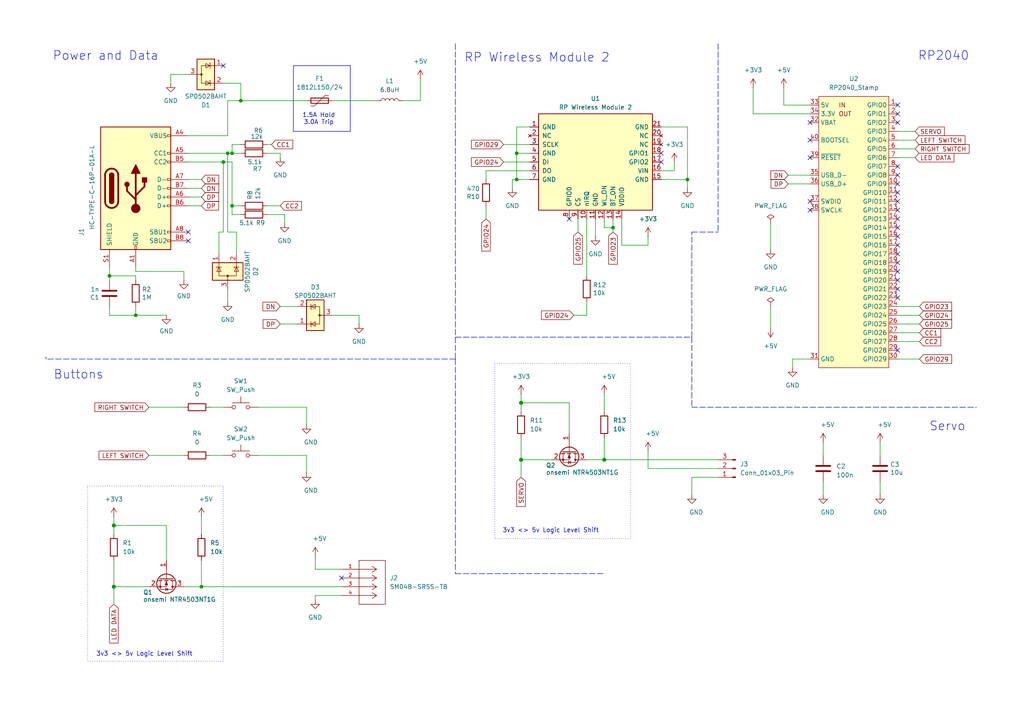
<source format=kicad_sch>
(kicad_sch (version 20250114) (generator "eeschema") (generator_version "9.0")
  (paper "A4")
  (lib_symbols
    (symbol "+3V3_1" (power) (pin_numbers (hide yes)) (pin_names (offset 0) (hide yes))
      (property "Value" "+3V3" (at 0 3.556 0))
      (symbol "+3V3_1_0_1"
        (polyline (pts (xy -0.762 1.27) (xy 0 2.54)))
        (polyline (pts (xy 0 2.54) (xy 0.762 1.27)))
        (polyline (pts (xy 0 0) (xy 0 2.54)))
      )
      (symbol "+3V3_1_1_1"
        (pin power_in line (at 0 0 90) (length 0) (name "~") (number "1"))
      )
    )
    (symbol "+5V_1" (power) (pin_numbers (hide yes)) (pin_names (offset 0) (hide yes))
      (property "Value" "+5V" (at 0 3.556 0))
      (symbol "+5V_1_0_1"
        (polyline (pts (xy -0.762 1.27) (xy 0 2.54)))
        (polyline (pts (xy 0 2.54) (xy 0.762 1.27)))
        (polyline (pts (xy 0 0) (xy 0 2.54)))
      )
      (symbol "+5V_1_1_1"
        (pin power_in line (at 0 0 90) (length 0) (name "~") (number "1"))
      )
    )
    (symbol "Connector:Conn_01x03_Pin" (pin_names (offset 1.016) (hide yes))
      (property "Reference" "J" (at 0 5.08 0))
      (property "Value" "Conn_01x03_Pin" (at 0 -5.08 0))
      (symbol "Conn_01x03_Pin_1_1"
        (rectangle (start 0.8636 2.667) (end 0 2.413) (stroke (width 0.1524)) (fill (type outline)))
        (rectangle (start 0.8636 0.127) (end 0 -0.127) (stroke (width 0.1524)) (fill (type outline)))
        (rectangle (start 0.8636 -2.413) (end 0 -2.667) (stroke (width 0.1524)) (fill (type outline)))
        (polyline (pts (xy 1.27 2.54) (xy 0.8636 2.54)) (stroke (width 0.1524)))
        (polyline (pts (xy 1.27 0) (xy 0.8636 0)) (stroke (width 0.1524)))
        (polyline (pts (xy 1.27 -2.54) (xy 0.8636 -2.54)) (stroke (width 0.1524)))
        (pin passive line (at 5.08 2.54 180) (length 3.81) (name "Pin_1") (number "1"))
        (pin passive line (at 5.08 0 180) (length 3.81) (name "Pin_2") (number "2"))
        (pin passive line (at 5.08 -2.54 180) (length 3.81) (name "Pin_3") (number "3"))
      )
    )
    (symbol "Connector:USB_C_Receptacle_USB2.0_16P" (pin_names (offset 1.016))
      (property "Reference" "J" (at 0 22.225 0))
      (property "Value" "USB_C_Receptacle_USB2.0_16P" (at 0 19.685 0))
      (symbol "USB_C_Receptacle_USB2.0_16P_0_0"
        (rectangle (start -0.254 -17.78) (end 0.254 -16.764))
        (rectangle (start 10.16 15.494) (end 9.144 14.986))
        (rectangle (start 10.16 10.414) (end 9.144 9.906))
        (rectangle (start 10.16 7.874) (end 9.144 7.366))
        (rectangle (start 10.16 2.794) (end 9.144 2.286))
        (rectangle (start 10.16 0.254) (end 9.144 -0.254))
        (rectangle (start 10.16 -2.286) (end 9.144 -2.794))
        (rectangle (start 10.16 -4.826) (end 9.144 -5.334))
        (rectangle (start 10.16 -12.446) (end 9.144 -12.954))
        (rectangle (start 10.16 -14.986) (end 9.144 -15.494))
      )
      (symbol "USB_C_Receptacle_USB2.0_16P_0_1"
        (rectangle (start -10.16 17.78) (end 10.16 -17.78) (stroke (width 0.254)) (fill (type background)))
        (polyline (pts (xy -8.89 -3.81) (xy -8.89 3.81)) (stroke (width 0.508)))
        (rectangle (start -7.62 -3.81) (end -6.35 3.81) (stroke (width 0.254)) (fill (type outline)))
        (arc (start -7.62 3.81) (mid -6.985 4.4423) (end -6.35 3.81) (stroke (width 0.254)))
        (arc (start -7.62 3.81) (mid -6.985 4.4423) (end -6.35 3.81) (stroke (width 0.254)) (fill (type outline)))
        (arc (start -8.89 3.81) (mid -6.985 5.7067) (end -5.08 3.81) (stroke (width 0.508)))
        (arc (start -5.08 -3.81) (mid -6.985 -5.7067) (end -8.89 -3.81) (stroke (width 0.508)))
        (arc (start -6.35 -3.81) (mid -6.985 -4.4423) (end -7.62 -3.81) (stroke (width 0.254)))
        (arc (start -6.35 -3.81) (mid -6.985 -4.4423) (end -7.62 -3.81) (stroke (width 0.254)) (fill (type outline)))
        (polyline (pts (xy -5.08 3.81) (xy -5.08 -3.81)) (stroke (width 0.508)))
        (circle (center -2.54 1.143) (radius 0.635) (stroke (width 0.254)) (fill (type outline)))
        (polyline (pts (xy -1.27 4.318) (xy 0 6.858) (xy 1.27 4.318) (xy -1.27 4.318)) (stroke (width 0.254)) (fill (type outline)))
        (polyline (pts (xy 0 -2.032) (xy 2.54 0.508) (xy 2.54 1.778)) (stroke (width 0.508)))
        (polyline (pts (xy 0 -3.302) (xy -2.54 -0.762) (xy -2.54 0.508)) (stroke (width 0.508)))
        (polyline (pts (xy 0 -5.842) (xy 0 4.318)) (stroke (width 0.508)))
        (circle (center 0 -5.842) (radius 1.27) (fill (type outline)))
        (rectangle (start 1.905 1.778) (end 3.175 3.048) (stroke (width 0.254)) (fill (type outline)))
      )
      (symbol "USB_C_Receptacle_USB2.0_16P_1_1"
        (pin passive line (at -7.62 -22.86 90) (length 5.08) (name "SHIELD") (number "S1"))
        (pin passive line (at 0 -22.86 90) (length 5.08) (name "GND") (number "A1"))
        (pin passive line (at 0 -22.86 90) (length 5.08) (hide yes) (name "GND") (number "A12"))
        (pin passive line (at 0 -22.86 90) (length 5.08) (hide yes) (name "GND") (number "B1"))
        (pin passive line (at 0 -22.86 90) (length 5.08) (hide yes) (name "GND") (number "B12"))
        (pin passive line (at 15.24 15.24 180) (length 5.08) (name "VBUS") (number "A4"))
        (pin passive line (at 15.24 15.24 180) (length 5.08) (hide yes) (name "VBUS") (number "A9"))
        (pin passive line (at 15.24 15.24 180) (length 5.08) (hide yes) (name "VBUS") (number "B4"))
        (pin passive line (at 15.24 15.24 180) (length 5.08) (hide yes) (name "VBUS") (number "B9"))
        (pin bidirectional line (at 15.24 10.16 180) (length 5.08) (name "CC1") (number "A5"))
        (pin bidirectional line (at 15.24 7.62 180) (length 5.08) (name "CC2") (number "B5"))
        (pin bidirectional line (at 15.24 2.54 180) (length 5.08) (name "D-") (number "A7"))
        (pin bidirectional line (at 15.24 0 180) (length 5.08) (name "D-") (number "B7"))
        (pin bidirectional line (at 15.24 -2.54 180) (length 5.08) (name "D+") (number "A6"))
        (pin bidirectional line (at 15.24 -5.08 180) (length 5.08) (name "D+") (number "B6"))
        (pin bidirectional line (at 15.24 -12.7 180) (length 5.08) (name "SBU1") (number "A8"))
        (pin bidirectional line (at 15.24 -15.24 180) (length 5.08) (name "SBU2") (number "B8"))
      )
    )
    (symbol "Device:C" (pin_numbers (hide yes)) (pin_names (offset 0.254))
      (property "Reference" "C" (at 0.635 2.54 0))
      (property "Value" "C" (at 0.635 -2.54 0))
      (symbol "C_0_1"
        (polyline (pts (xy -2.032 0.762) (xy 2.032 0.762)) (stroke (width 0.508)))
        (polyline (pts (xy -2.032 -0.762) (xy 2.032 -0.762)) (stroke (width 0.508)))
      )
      (symbol "C_1_1"
        (pin passive line (at 0 3.81 270) (length 2.794) (name "~") (number "1"))
        (pin passive line (at 0 -3.81 90) (length 2.794) (name "~") (number "2"))
      )
    )
    (symbol "Device:L" (pin_numbers (hide yes)) (pin_names (offset 1.016) (hide yes))
      (property "Reference" "L" (at -1.27 0 90))
      (property "Value" "L" (at 1.905 0 90))
      (symbol "L_0_1"
        (arc (start 0 2.54) (mid 0.6323 1.905) (end 0 1.27))
        (arc (start 0 1.27) (mid 0.6323 0.635) (end 0 0))
        (arc (start 0 0) (mid 0.6323 -0.635) (end 0 -1.27))
        (arc (start 0 -1.27) (mid 0.6323 -1.905) (end 0 -2.54))
      )
      (symbol "L_1_1"
        (pin passive line (at 0 3.81 270) (length 1.27) (name "1") (number "1"))
        (pin passive line (at 0 -3.81 90) (length 1.27) (name "2") (number "2"))
      )
    )
    (symbol "Device:Polyfuse" (pin_numbers (hide yes)) (pin_names (offset 0))
      (property "Reference" "F" (at -2.54 0 90))
      (property "Value" "Polyfuse" (at 2.54 0 90))
      (symbol "Polyfuse_0_1"
        (polyline (pts (xy -1.524 2.54) (xy -1.524 1.524) (xy 1.524 -1.524) (xy 1.524 -2.54)))
        (rectangle (start -0.762 2.54) (end 0.762 -2.54) (stroke (width 0.254)))
        (polyline (pts (xy 0 2.54) (xy 0 -2.54)))
      )
      (symbol "Polyfuse_1_1"
        (pin passive line (at 0 3.81 270) (length 1.27) (name "~") (number "1"))
        (pin passive line (at 0 -3.81 90) (length 1.27) (name "~") (number "2"))
      )
    )
    (symbol "Device:R" (pin_numbers (hide yes)) (pin_names (offset 0))
      (property "Reference" "R" (at 2.032 0 90))
      (property "Value" "R" (at 0 0 90))
      (symbol "R_0_1"
        (rectangle (start -1.016 -2.54) (end 1.016 2.54) (stroke (width 0.254)))
      )
      (symbol "R_1_1"
        (pin passive line (at 0 3.81 270) (length 1.27) (name "~") (number "1"))
        (pin passive line (at 0 -3.81 90) (length 1.27) (name "~") (number "2"))
      )
    )
    (symbol "PWR_FLAG_1" (power) (pin_numbers (hide yes)) (pin_names (offset 0) (hide yes))
      (property "Value" "PWR_FLAG" (at 0 3.81 0))
      (symbol "PWR_FLAG_1_0_0"
        (pin power_out line (at 0 0 90) (length 0) (name "~") (number "1"))
      )
      (symbol "PWR_FLAG_1_0_1"
        (polyline (pts (xy 0 0) (xy 0 1.27) (xy -1.016 1.905) (xy 0 2.54) (xy 1.016 1.905) (xy 0 1.27)))
      )
    )
    (symbol "Power_Protection:SP0502BAHT" (pin_names (hide yes))
      (property "Reference" "D" (at 5.715 2.54 0))
      (property "Value" "SP0502BAHT" (at 5.715 0.635 0))
      (symbol "SP0502BAHT_0_0"
        (pin passive line (at 0 -5.08 90) (length 2.54) (name "A") (number "3"))
      )
      (symbol "SP0502BAHT_0_1"
        (rectangle (start -4.445 2.54) (end 4.445 -2.54) (stroke (width 0.254)) (fill (type background)))
        (polyline (pts (xy -3.302 1.016) (xy -3.302 1.27) (xy -1.905 1.27) (xy -1.778 1.27)))
        (polyline (pts (xy -2.54 2.54) (xy -2.54 1.27)))
        (polyline (pts (xy -2.54 1.27) (xy -2.54 -1.27) (xy 2.54 -1.27) (xy 2.54 1.27)))
        (polyline (pts (xy -2.54 1.27) (xy -1.905 0) (xy -3.175 0) (xy -2.54 1.27)))
        (polyline (pts (xy 0 -1.27) (xy 0 -2.54)))
        (circle (center 0 -1.27) (radius 0.254) (fill (type outline)))
        (polyline (pts (xy 1.778 1.016) (xy 1.778 1.27) (xy 3.175 1.27) (xy 3.302 1.27)))
        (polyline (pts (xy 2.54 2.54) (xy 2.54 1.27)))
        (polyline (pts (xy 2.54 1.27) (xy 1.905 0) (xy 3.175 0) (xy 2.54 1.27)))
      )
      (symbol "SP0502BAHT_1_1"
        (pin passive line (at -2.54 5.08 270) (length 2.54) (name "K") (number "1"))
        (pin passive line (at 2.54 5.08 270) (length 2.54) (name "K") (number "2"))
      )
    )
    (symbol "RP2xxx_Stamp:RP2040_Stamp"
      (property "Reference" "U" (at 10.16 43.18 0))
      (property "Value" "RP2040_Stamp" (at 0 -38.1 0))
      (symbol "RP2040_Stamp_0_0"
        (text "IN" (at -4.445 39.37 0) (effects (font (size 1.27 1.27)) (justify left)))
        (text "OUT" (at -4.445 36.83 0) (effects (font (size 1.27 1.27)) (justify left)))
        (pin power_in line (at -12.7 39.37 0) (length 2.54) (name "5V") (number "33"))
        (pin power_out line (at -12.7 36.83 0) (length 2.54) (name "3.3V") (number "34"))
        (pin power_in line (at -12.7 34.29 0) (length 2.54) (name "VBAT") (number "32"))
        (pin input line (at -12.7 29.21 0) (length 2.54) (name "BOOTSEL") (number "40"))
        (pin bidirectional line (at -12.7 24.13 0) (length 2.54) (name "~{RESET}") (number "39"))
        (pin bidirectional line (at -12.7 19.05 0) (length 2.54) (name "USB_D-") (number "35"))
        (pin bidirectional line (at -12.7 16.51 0) (length 2.54) (name "USB_D+") (number "36"))
        (pin bidirectional line (at -12.7 11.43 0) (length 2.54) (name "SWDIO") (number "37"))
        (pin input line (at -12.7 8.89 0) (length 2.54) (name "SWCLK") (number "38"))
        (pin power_in line (at -12.7 -34.29 0) (length 2.54) (name "GND") (number "31"))
        (pin bidirectional line (at 12.7 39.37 180) (length 2.54) (name "GPIO0") (number "1"))
        (pin bidirectional line (at 12.7 36.83 180) (length 2.54) (name "GPIO1") (number "2"))
        (pin bidirectional line (at 12.7 34.29 180) (length 2.54) (name "GPIO2") (number "3"))
        (pin bidirectional line (at 12.7 31.75 180) (length 2.54) (name "GPIO3") (number "4"))
        (pin bidirectional line (at 12.7 29.21 180) (length 2.54) (name "GPIO4") (number "5"))
        (pin bidirectional line (at 12.7 26.67 180) (length 2.54) (name "GPIO5") (number "6"))
        (pin bidirectional line (at 12.7 24.13 180) (length 2.54) (name "GPIO6") (number "7"))
        (pin bidirectional line (at 12.7 21.59 180) (length 2.54) (name "GPIO7") (number "8"))
        (pin bidirectional line (at 12.7 19.05 180) (length 2.54) (name "GPIO8") (number "9"))
        (pin bidirectional line (at 12.7 16.51 180) (length 2.54) (name "GPIO9") (number "10"))
        (pin bidirectional line (at 12.7 13.97 180) (length 2.54) (name "GPIO10") (number "11"))
        (pin bidirectional line (at 12.7 11.43 180) (length 2.54) (name "GPIO11") (number "12"))
        (pin bidirectional line (at 12.7 8.89 180) (length 2.54) (name "GPIO12") (number "13"))
        (pin bidirectional line (at 12.7 6.35 180) (length 2.54) (name "GPIO13") (number "14"))
        (pin bidirectional line (at 12.7 3.81 180) (length 2.54) (name "GPIO14") (number "15"))
        (pin bidirectional line (at 12.7 1.27 180) (length 2.54) (name "GPIO15") (number "16"))
        (pin bidirectional line (at 12.7 -1.27 180) (length 2.54) (name "GPIO16") (number "17"))
        (pin bidirectional line (at 12.7 -3.81 180) (length 2.54) (name "GPIO17") (number "18"))
        (pin bidirectional line (at 12.7 -6.35 180) (length 2.54) (name "GPIO18") (number "19"))
        (pin bidirectional line (at 12.7 -8.89 180) (length 2.54) (name "GPIO19") (number "20"))
        (pin bidirectional line (at 12.7 -11.43 180) (length 2.54) (name "GPIO20") (number "21"))
        (pin bidirectional line (at 12.7 -13.97 180) (length 2.54) (name "GPIO21") (number "22"))
        (pin bidirectional line (at 12.7 -16.51 180) (length 2.54) (name "GPIO22") (number "23"))
        (pin bidirectional line (at 12.7 -19.05 180) (length 2.54) (name "GPIO23") (number "24"))
        (pin bidirectional line (at 12.7 -21.59 180) (length 2.54) (name "GPIO24") (number "25"))
        (pin bidirectional line (at 12.7 -24.13 180) (length 2.54) (name "GPIO25") (number "26"))
        (pin bidirectional line (at 12.7 -26.67 180) (length 2.54) (name "GPIO26") (number "27"))
        (pin bidirectional line (at 12.7 -29.21 180) (length 2.54) (name "GPIO27") (number "28"))
        (pin bidirectional line (at 12.7 -31.75 180) (length 2.54) (name "GPIO28") (number "29"))
        (pin bidirectional line (at 12.7 -34.29 180) (length 2.54) (name "GPIO29") (number "30"))
      )
      (symbol "RP2040_Stamp_0_1"
        (rectangle (start -10.16 41.91) (end 10.16 -36.83) (stroke (width 0.1524)) (fill (type background)))
      )
    )
    (symbol "RPI_RMC20452T:RPI_RMC20452T" (pin_names (offset 1.016))
      (property "Reference" "U" (at -16.256 14.986 0))
      (property "Value" "<value>" (at 12.954 -15.494 0))
      (symbol "RPI_RMC20452T_1_0"
        (pin output line (at -19.05 -2.54 0) (length 2.54) (name "DO") (number "6"))
        (pin power_in line (at -19.05 -5.08 0) (length 2.54) (name "GND") (number "7"))
        (pin bidirectional line (at -7.62 -16.51 90) (length 2.54) (name "GPIO0") (number "8"))
        (pin input line (at -5.08 -16.51 90) (length 2.54) (name "CS") (number "9"))
        (pin output line (at -2.54 -16.51 90) (length 2.54) (name "nIRQ") (number "10"))
        (pin power_in line (at 0 -16.51 90) (length 2.54) (name "GND") (number "11"))
        (pin input line (at 2.54 -16.51 90) (length 2.54) (name "WL_ON") (number "12"))
        (pin input line (at 5.08 -16.51 90) (length 2.54) (name "BT_ON") (number "13"))
        (pin power_in line (at 7.62 -16.51 90) (length 2.54) (name "VDDIO") (number "14"))
        (pin power_in line (at 19.05 10.16 180) (length 2.54) (name "GND") (number "21"))
        (pin bidirectional line (at 19.05 2.54 180) (length 2.54) (name "GPIO1") (number "18"))
        (pin bidirectional line (at 19.05 0 180) (length 2.54) (name "GPIO2") (number "17"))
        (pin power_in line (at 19.05 -2.54 180) (length 2.54) (name "VIN") (number "16"))
        (pin power_in line (at 19.05 -5.08 180) (length 2.54) (name "GND") (number "15"))
      )
      (symbol "RPI_RMC20452T_1_1"
        (rectangle (start -16.51 13.97) (end 16.51 -13.97) (stroke (width 0.254)) (fill (type background)))
        (pin power_in line (at -19.05 10.16 0) (length 2.54) (name "GND") (number "1"))
        (pin no_connect line (at -19.05 7.62 0) (length 2.54) (name "NC") (number "2"))
        (pin input line (at -19.05 5.08 0) (length 2.54) (name "SCLK") (number "3"))
        (pin power_in line (at -19.05 2.54 0) (length 2.54) (name "GND") (number "4"))
        (pin input line (at -19.05 0 0) (length 2.54) (name "DI") (number "5"))
        (pin no_connect line (at 19.05 7.62 180) (length 2.54) (name "NC") (number "20"))
        (pin no_connect line (at 19.05 5.08 180) (length 2.54) (name "NC") (number "19"))
      )
    )
    (symbol "SM04B-SRSS-TB:SM04B-SRSS-TB" (pin_names (offset 1.016))
      (property "Reference" "J" (at 4.1656 5.3086 0))
      (property "Value" "SM04B-SRSS-TB" (at 0 0 0))
      (symbol "SM04B-SRSS-TB_0_0"
        (polyline (pts (xy 5.08 2.54) (xy 5.08 -10.16)) (stroke (width 0.1524)))
        (polyline (pts (xy 5.08 -10.16) (xy 12.7 -10.16)) (stroke (width 0.1524)))
        (polyline (pts (xy 10.16 0) (xy 5.08 0)) (stroke (width 0.1524)))
        (polyline (pts (xy 10.16 0) (xy 8.89 0.8382)) (stroke (width 0.1524)))
        (polyline (pts (xy 10.16 0) (xy 8.89 -0.8382)) (stroke (width 0.1524)))
        (polyline (pts (xy 10.16 -2.54) (xy 5.08 -2.54)) (stroke (width 0.1524)))
        (polyline (pts (xy 10.16 -2.54) (xy 8.89 -1.7018)) (stroke (width 0.1524)))
        (polyline (pts (xy 10.16 -2.54) (xy 8.89 -3.3782)) (stroke (width 0.1524)))
        (polyline (pts (xy 10.16 -5.08) (xy 5.08 -5.08)) (stroke (width 0.1524)))
        (polyline (pts (xy 10.16 -5.08) (xy 8.89 -4.2418)) (stroke (width 0.1524)))
        (polyline (pts (xy 10.16 -5.08) (xy 8.89 -5.9182)) (stroke (width 0.1524)))
        (polyline (pts (xy 10.16 -7.62) (xy 5.08 -7.62)) (stroke (width 0.1524)))
        (polyline (pts (xy 10.16 -7.62) (xy 8.89 -6.7818)) (stroke (width 0.1524)))
        (polyline (pts (xy 10.16 -7.62) (xy 8.89 -8.4582)) (stroke (width 0.1524)))
        (polyline (pts (xy 12.7 2.54) (xy 5.08 2.54)) (stroke (width 0.1524)))
        (polyline (pts (xy 12.7 -10.16) (xy 12.7 2.54)) (stroke (width 0.1524)))
        (pin passive line (at 0 0 0) (length 5.08) (name "~") (number "1"))
        (pin passive line (at 0 -2.54 0) (length 5.08) (name "~") (number "2"))
        (pin passive line (at 0 -5.08 0) (length 5.08) (name "~") (number "3"))
        (pin passive line (at 0 -7.62 0) (length 5.08) (name "~") (number "4"))
      )
    )
    (symbol "Switch:SW_Push" (pin_numbers (hide yes)) (pin_names (offset 1.016) (hide yes))
      (property "Reference" "SW" (at 1.27 2.54 0))
      (property "Value" "SW_Push" (at 0 -1.524 0))
      (symbol "SW_Push_0_1"
        (circle (center -2.032 0) (radius 0.508))
        (polyline (pts (xy 0 1.27) (xy 0 3.048)))
        (circle (center 2.032 0) (radius 0.508))
        (polyline (pts (xy 2.54 1.27) (xy -2.54 1.27)))
        (pin passive line (at -5.08 0 0) (length 2.54) (name "1") (number "1"))
        (pin passive line (at 5.08 0 180) (length 2.54) (name "2") (number "2"))
      )
    )
    (symbol "Transistor_FET:BSS138" (pin_names (offset 0) (hide yes))
      (property "Reference" "Q" (at 5.08 1.905 0))
      (property "Value" "BSS138" (at 5.08 0 0))
      (symbol "BSS138_0_1"
        (polyline (pts (xy 0.254 1.905) (xy 0.254 -1.905)) (stroke (width 0.254)))
        (polyline (pts (xy 0.254 0) (xy -2.54 0)))
        (polyline (pts (xy 0.762 2.286) (xy 0.762 1.27)) (stroke (width 0.254)))
        (polyline (pts (xy 0.762 0.508) (xy 0.762 -0.508)) (stroke (width 0.254)))
        (polyline (pts (xy 0.762 -1.27) (xy 0.762 -2.286)) (stroke (width 0.254)))
        (polyline (pts (xy 0.762 -1.778) (xy 3.302 -1.778) (xy 3.302 1.778) (xy 0.762 1.778)))
        (polyline (pts (xy 1.016 0) (xy 2.032 0.381) (xy 2.032 -0.381) (xy 1.016 0)) (fill (type outline)))
        (circle (center 1.651 0) (radius 2.794) (stroke (width 0.254)))
        (polyline (pts (xy 2.54 2.54) (xy 2.54 1.778)))
        (circle (center 2.54 1.778) (radius 0.254) (fill (type outline)))
        (circle (center 2.54 -1.778) (radius 0.254) (fill (type outline)))
        (polyline (pts (xy 2.54 -2.54) (xy 2.54 0) (xy 0.762 0)))
        (polyline (pts (xy 2.921 0.381) (xy 3.683 0.381)))
        (polyline (pts (xy 3.302 0.381) (xy 2.921 -0.254) (xy 3.683 -0.254) (xy 3.302 0.381)))
      )
      (symbol "BSS138_1_1"
        (pin input line (at -5.08 0 0) (length 2.54) (name "G") (number "1"))
        (pin passive line (at 2.54 5.08 270) (length 2.54) (name "D") (number "3"))
        (pin passive line (at 2.54 -5.08 90) (length 2.54) (name "S") (number "2"))
      )
    )
    (symbol "power:+5V" (power) (pin_numbers (hide yes)) (pin_names (offset 0) (hide yes))
      (property "Value" "+5V" (at 0 3.556 0))
      (symbol "+5V_0_1"
        (polyline (pts (xy -0.762 1.27) (xy 0 2.54)))
        (polyline (pts (xy 0 2.54) (xy 0.762 1.27)))
        (polyline (pts (xy 0 0) (xy 0 2.54)))
      )
      (symbol "+5V_1_1"
        (pin power_in line (at 0 0 90) (length 0) (name "~") (number "1"))
      )
    )
    (symbol "power:GND" (power) (pin_numbers (hide yes)) (pin_names (offset 0) (hide yes))
      (property "Value" "GND" (at 0 -3.81 0))
      (symbol "GND_0_1"
        (polyline (pts (xy 0 0) (xy 0 -1.27) (xy 1.27 -1.27) (xy 0 -2.54) (xy -1.27 -1.27) (xy 0 -1.27)))
      )
      (symbol "GND_1_1"
        (pin power_in line (at 0 0 270) (length 0) (name "~") (number "1"))
      )
    )
  )
  (rectangle (start 143.51 105.41) (end 182.88 156.21) (stroke (width 0) (type dot)))
  (rectangle (start 25.4 140.97) (end 64.77 191.77) (stroke (width 0) (type dot)))
  (text "3v3 <> 5v Logic Level Shift" (at 55.88 190.5 0) (effects (font (size 1.27 1.27)) (justify right bottom)))
  (text "RP2040" (at 266.192 17.78 0) (effects (font (size 2.54 2.54)) (justify left bottom)))
  (text "Power and Data\n" (at 15.24 17.78 0) (effects (font (size 2.54 2.54)) (justify left bottom)))
  (text "Servo" (at 269.494 125.222 0) (effects (font (size 2.54 2.54)) (justify left bottom)))
  (text "Buttons" (at 15.494 110.236 0) (effects (font (size 2.54 2.54)) (justify left bottom)))
  (text "RP Wireless Module 2" (at 134.62 18.288 0) (effects (font (size 2.54 2.54)) (justify left bottom)))
  (text "3v3 <> 5v Logic Level Shift" (at 173.736 154.686 0) (effects (font (size 1.27 1.27)) (justify right bottom)))
  (text "1.5A Hold\n3.0A Trip" (at 92.456 34.544 0) (effects (font (size 1.27 1.27))))
  (junction (at 149.86 44.45))
  (junction (at 175.26 133.35) (diameter 1.016))
  (junction (at 149.86 52.07))
  (junction (at 66.04 44.45))
  (junction (at 199.39 52.07))
  (junction (at 39.37 91.44))
  (junction (at 31.75 80.01))
  (junction (at 67.31 59.69))
  (junction (at 33.02 152.4) (diameter 1.016))
  (junction (at 64.77 46.99))
  (junction (at 33.02 170.18) (diameter 1.016))
  (junction (at 67.31 44.45))
  (junction (at 151.13 116.84) (diameter 1.016))
  (junction (at 58.42 170.18))
  (junction (at 151.13 133.35) (diameter 1.016))
  (junction (at 69.85 29.21))
  (junction (at 177.8 66.04))
  (no_connect (at 191.77 46.99))
  (no_connect (at 54.61 69.85))
  (no_connect (at 260.35 63.5))
  (no_connect (at 260.35 60.96))
  (no_connect (at 234.95 60.96))
  (no_connect (at 260.35 33.02))
  (no_connect (at 260.35 68.58))
  (no_connect (at 260.35 35.56))
  (no_connect (at 260.35 78.74))
  (no_connect (at 234.95 40.64))
  (no_connect (at 260.35 76.2))
  (no_connect (at 260.35 73.66))
  (no_connect (at 260.35 66.04))
  (no_connect (at 234.95 58.42))
  (no_connect (at 191.77 44.45))
  (no_connect (at 260.35 48.26))
  (no_connect (at 260.35 30.48))
  (no_connect (at 165.1 63.5))
  (no_connect (at 54.61 67.31))
  (no_connect (at 234.95 45.72))
  (no_connect (at 260.35 81.28))
  (no_connect (at 260.35 55.88))
  (no_connect (at 64.77 19.05))
  (no_connect (at 260.35 86.36))
  (no_connect (at 260.35 71.12))
  (no_connect (at 260.35 53.34))
  (no_connect (at 260.35 50.8))
  (no_connect (at 260.35 83.82))
  (no_connect (at 260.35 101.6))
  (no_connect (at 234.95 35.56))
  (no_connect (at 99.06 167.64))
  (no_connect (at 260.35 58.42))
  (wire (pts (xy 91.44 161.29) (xy 91.44 165.1)))
  (wire (pts (xy 177.8 63.5) (xy 177.8 66.04)))
  (wire (pts (xy 66.04 44.45) (xy 67.31 44.45)))
  (wire (pts (xy 54.61 39.37) (xy 66.04 39.37)))
  (wire (pts (xy 74.93 118.11) (xy 88.9 118.11)))
  (wire (pts (xy 223.52 88.9) (xy 223.52 95.25)))
  (wire (pts (xy 48.26 152.4) (xy 33.02 152.4)))
  (polyline (pts (xy 132.08 104.14) (xy 13.335 104.14)) (stroke (width 0) (type dash)))
  (wire (pts (xy 53.34 170.18) (xy 58.42 170.18)))
  (wire (pts (xy 48.26 162.56) (xy 48.26 152.4)))
  (wire (pts (xy 39.37 78.74) (xy 53.34 78.74)))
  (wire (pts (xy 200.66 138.43) (xy 208.28 138.43)))
  (wire (pts (xy 121.92 29.21) (xy 121.92 22.86)))
  (wire (pts (xy 66.04 67.31) (xy 66.04 44.45)))
  (wire (pts (xy 148.59 52.07) (xy 149.86 52.07)))
  (wire (pts (xy 260.35 40.64) (xy 265.43 40.64)))
  (wire (pts (xy 172.72 63.5) (xy 172.72 68.58)))
  (wire (pts (xy 77.47 41.91) (xy 78.74 41.91)))
  (wire (pts (xy 39.37 91.44) (xy 48.26 91.44)))
  (polyline (pts (xy 200.66 97.79) (xy 200.66 118.11)) (stroke (width 0) (type dash)))
  (wire (pts (xy 187.96 130.81) (xy 187.96 135.89)))
  (wire (pts (xy 146.05 46.99) (xy 153.67 46.99)))
  (wire (pts (xy 53.34 78.74) (xy 53.34 81.28)))
  (wire (pts (xy 67.31 46.99) (xy 67.31 59.69)))
  (wire (pts (xy 228.6 53.34) (xy 234.95 53.34)))
  (wire (pts (xy 66.04 29.21) (xy 69.85 29.21)))
  (wire (pts (xy 149.86 52.07) (xy 149.86 44.45)))
  (wire (pts (xy 146.05 41.91) (xy 153.67 41.91)))
  (wire (pts (xy 82.55 62.23) (xy 82.55 64.77)))
  (wire (pts (xy 260.35 93.98) (xy 266.7 93.98)))
  (wire (pts (xy 260.35 43.18) (xy 265.43 43.18)))
  (wire (pts (xy 43.18 132.08) (xy 53.34 132.08)))
  (wire (pts (xy 218.44 25.4) (xy 218.44 33.02)))
  (wire (pts (xy 43.18 170.18) (xy 33.02 170.18)))
  (wire (pts (xy 54.61 57.15) (xy 58.42 57.15)))
  (wire (pts (xy 140.97 59.69) (xy 140.97 63.5)))
  (wire (pts (xy 170.18 63.5) (xy 170.18 80.01)))
  (wire (pts (xy 228.6 50.8) (xy 234.95 50.8)))
  (wire (pts (xy 68.58 67.31) (xy 66.04 67.31)))
  (wire (pts (xy 33.02 170.18) (xy 33.02 175.26)))
  (wire (pts (xy 223.52 72.39) (xy 223.52 64.77)))
  (polyline (pts (xy 101.6 19.05) (xy 101.6 38.1)))
  (wire (pts (xy 54.61 46.99) (xy 64.77 46.99)))
  (wire (pts (xy 140.97 49.53) (xy 153.67 49.53)))
  (wire (pts (xy 175.26 133.35) (xy 208.28 133.35)))
  (polyline (pts (xy 132.08 97.79) (xy 200.66 97.79)) (stroke (width 0) (type dash)))
  (wire (pts (xy 58.42 149.86) (xy 58.42 154.94)))
  (wire (pts (xy 260.35 91.44) (xy 266.7 91.44)))
  (wire (pts (xy 77.47 44.45) (xy 81.28 44.45)))
  (wire (pts (xy 229.87 104.14) (xy 234.95 104.14)))
  (wire (pts (xy 170.18 91.44) (xy 170.18 87.63)))
  (wire (pts (xy 64.77 24.13) (xy 69.85 24.13)))
  (polyline (pts (xy 132.08 40.64) (xy 132.08 40.64)) (stroke (width 0) (type dash)))
  (wire (pts (xy 39.37 77.47) (xy 39.37 78.74)))
  (wire (pts (xy 149.86 36.83) (xy 153.67 36.83)))
  (wire (pts (xy 187.96 71.12) (xy 187.96 68.58)))
  (wire (pts (xy 218.44 33.02) (xy 234.95 33.02)))
  (wire (pts (xy 60.96 118.11) (xy 64.77 118.11)))
  (wire (pts (xy 91.44 172.72) (xy 91.44 173.99)))
  (wire (pts (xy 180.34 71.12) (xy 187.96 71.12)))
  (wire (pts (xy 74.93 132.08) (xy 88.9 132.08)))
  (wire (pts (xy 54.61 59.69) (xy 58.42 59.69)))
  (wire (pts (xy 238.76 128.27) (xy 238.76 132.08)))
  (wire (pts (xy 260.35 99.06) (xy 266.7 99.06)))
  (wire (pts (xy 99.06 172.72) (xy 91.44 172.72)))
  (polyline (pts (xy 132.08 104.14) (xy 132.08 104.14)) (stroke (width 0) (type dash)))
  (wire (pts (xy 191.77 52.07) (xy 199.39 52.07)))
  (wire (pts (xy 54.61 52.07) (xy 58.42 52.07)))
  (wire (pts (xy 67.31 41.91) (xy 69.85 41.91)))
  (wire (pts (xy 191.77 49.53) (xy 195.58 49.53)))
  (wire (pts (xy 33.02 152.4) (xy 33.02 154.94)))
  (wire (pts (xy 151.13 114.3) (xy 151.13 116.84)))
  (wire (pts (xy 170.18 133.35) (xy 175.26 133.35)))
  (polyline (pts (xy 200.66 97.79) (xy 200.66 67.31)) (stroke (width 0) (type dash)))
  (wire (pts (xy 96.52 29.21) (xy 109.22 29.21)))
  (wire (pts (xy 260.35 104.14) (xy 266.7 104.14)))
  (wire (pts (xy 151.13 127) (xy 151.13 133.35)))
  (wire (pts (xy 177.8 66.04) (xy 177.8 67.31)))
  (wire (pts (xy 88.9 132.08) (xy 88.9 137.16)))
  (wire (pts (xy 33.02 162.56) (xy 33.02 170.18)))
  (wire (pts (xy 64.77 46.99) (xy 67.31 46.99)))
  (wire (pts (xy 149.86 44.45) (xy 149.86 36.83)))
  (wire (pts (xy 81.28 88.9) (xy 86.36 88.9)))
  (polyline (pts (xy 132.08 12.7) (xy 132.08 40.64)) (stroke (width 0) (type dash)))
  (wire (pts (xy 165.1 125.73) (xy 165.1 116.84)))
  (wire (pts (xy 140.97 52.07) (xy 140.97 49.53)))
  (wire (pts (xy 260.35 45.72) (xy 265.43 45.72)))
  (wire (pts (xy 63.5 67.31) (xy 64.77 67.31)))
  (polyline (pts (xy 132.08 40.64) (xy 132.08 104.14)) (stroke (width 0) (type dash)))
  (wire (pts (xy 63.5 73.66) (xy 63.5 67.31)))
  (wire (pts (xy 64.77 46.99) (xy 64.77 67.31)))
  (wire (pts (xy 43.18 118.11) (xy 53.34 118.11)))
  (wire (pts (xy 104.14 91.44) (xy 104.14 93.98)))
  (polyline (pts (xy 101.6 38.1) (xy 85.09 38.1)))
  (wire (pts (xy 116.84 29.21) (xy 121.92 29.21)))
  (wire (pts (xy 54.61 44.45) (xy 66.04 44.45)))
  (polyline (pts (xy 132.08 104.14) (xy 132.08 166.37)) (stroke (width 0) (type dash)))
  (wire (pts (xy 167.64 63.5) (xy 167.64 67.31)))
  (wire (pts (xy 31.75 80.01) (xy 31.75 81.28)))
  (wire (pts (xy 255.27 139.7) (xy 255.27 143.51)))
  (wire (pts (xy 229.87 106.68) (xy 229.87 104.14)))
  (wire (pts (xy 31.75 88.9) (xy 31.75 91.44)))
  (wire (pts (xy 149.86 52.07) (xy 153.67 52.07)))
  (wire (pts (xy 260.35 38.1) (xy 265.43 38.1)))
  (wire (pts (xy 67.31 44.45) (xy 67.31 41.91)))
  (wire (pts (xy 66.04 83.82) (xy 66.04 87.63)))
  (wire (pts (xy 33.02 149.86) (xy 33.02 152.4)))
  (wire (pts (xy 175.26 63.5) (xy 175.26 66.04)))
  (wire (pts (xy 180.34 63.5) (xy 180.34 71.12)))
  (wire (pts (xy 39.37 80.01) (xy 31.75 80.01)))
  (wire (pts (xy 31.75 77.47) (xy 31.75 80.01)))
  (wire (pts (xy 67.31 44.45) (xy 69.85 44.45)))
  (polyline (pts (xy 85.09 19.05) (xy 85.09 38.1)))
  (polyline (pts (xy 132.08 166.37) (xy 175.26 166.37)) (stroke (width 0) (type dash)))
  (wire (pts (xy 255.27 128.27) (xy 255.27 132.08)))
  (wire (pts (xy 91.44 165.1) (xy 99.06 165.1)))
  (wire (pts (xy 67.31 62.23) (xy 67.31 59.69)))
  (wire (pts (xy 81.28 44.45) (xy 81.28 45.72)))
  (wire (pts (xy 199.39 36.83) (xy 199.39 52.07)))
  (polyline (pts (xy 85.09 19.05) (xy 101.6 19.05)))
  (wire (pts (xy 227.33 30.48) (xy 234.95 30.48)))
  (wire (pts (xy 60.96 132.08) (xy 64.77 132.08)))
  (wire (pts (xy 81.28 93.98) (xy 86.36 93.98)))
  (wire (pts (xy 260.35 88.9) (xy 266.7 88.9)))
  (wire (pts (xy 160.02 133.35) (xy 151.13 133.35)))
  (wire (pts (xy 227.33 25.4) (xy 227.33 30.48)))
  (wire (pts (xy 39.37 88.9) (xy 39.37 91.44)))
  (polyline (pts (xy 200.66 118.11) (xy 283.21 118.11)) (stroke (width 0) (type dash)))
  (wire (pts (xy 148.59 54.61) (xy 148.59 52.07)))
  (wire (pts (xy 166.37 91.44) (xy 170.18 91.44)))
  (wire (pts (xy 151.13 133.35) (xy 151.13 138.43)))
  (wire (pts (xy 69.85 24.13) (xy 69.85 29.21)))
  (wire (pts (xy 68.58 73.66) (xy 68.58 67.31)))
  (wire (pts (xy 165.1 116.84) (xy 151.13 116.84)))
  (wire (pts (xy 151.13 116.84) (xy 151.13 119.38)))
  (wire (pts (xy 175.26 127) (xy 175.26 133.35)))
  (wire (pts (xy 175.26 114.3) (xy 175.26 119.38)))
  (wire (pts (xy 67.31 59.69) (xy 69.85 59.69)))
  (wire (pts (xy 149.86 44.45) (xy 153.67 44.45)))
  (polyline (pts (xy 208.28 12.7) (xy 208.28 67.31)) (stroke (width 0) (type dash)))
  (wire (pts (xy 96.52 91.44) (xy 104.14 91.44)))
  (wire (pts (xy 39.37 81.28) (xy 39.37 80.01)))
  (polyline (pts (xy 200.66 67.31) (xy 208.28 67.31)) (stroke (width 0) (type dash)))
  (wire (pts (xy 69.85 62.23) (xy 67.31 62.23)))
  (wire (pts (xy 49.53 24.13) (xy 49.53 21.59)))
  (wire (pts (xy 58.42 170.18) (xy 99.06 170.18)))
  (wire (pts (xy 260.35 96.52) (xy 266.7 96.52)))
  (wire (pts (xy 77.47 62.23) (xy 82.55 62.23)))
  (wire (pts (xy 199.39 52.07) (xy 199.39 54.61)))
  (wire (pts (xy 191.77 36.83) (xy 199.39 36.83)))
  (wire (pts (xy 175.26 66.04) (xy 177.8 66.04)))
  (wire (pts (xy 77.47 59.69) (xy 81.28 59.69)))
  (wire (pts (xy 54.61 54.61) (xy 58.42 54.61)))
  (wire (pts (xy 31.75 91.44) (xy 39.37 91.44)))
  (wire (pts (xy 195.58 49.53) (xy 195.58 46.99)))
  (polyline (pts (xy 13.335 103.505) (xy 13.335 104.14)) (stroke (width 0) (type dash)))
  (wire (pts (xy 200.66 143.51) (xy 200.66 138.43)))
  (wire (pts (xy 187.96 135.89) (xy 208.28 135.89)))
  (wire (pts (xy 58.42 162.56) (xy 58.42 170.18)))
  (wire (pts (xy 238.76 139.7) (xy 238.76 143.51)))
  (wire (pts (xy 49.53 21.59) (xy 54.61 21.59)))
  (wire (pts (xy 69.85 29.21) (xy 88.9 29.21)))
  (wire (pts (xy 88.9 118.11) (xy 88.9 123.19)))
  (wire (pts (xy 66.04 39.37) (xy 66.04 29.21)))
  (global_label "CC2" (shape input) (at 266.7 99.06 0) (property "Intersheetrefs" "${INTERSHEET_REFS}" (effects (hide yes))))
  (global_label "DP" (shape input) (at 228.6 53.34 180) (property "Intersheetrefs" "${INTERSHEET_REFS}" (effects (hide yes))))
  (global_label "DN" (shape input) (at 58.42 52.07 0) (property "Intersheetrefs" "${INTERSHEET_REFS}" (effects (hide yes))))
  (global_label "GPIO23" (shape input) (at 177.8 67.31 270) (property "Intersheetrefs" "${INTERSHEET_REFS}" (effects (hide yes))))
  (global_label "LEFT SWITCH" (shape input) (at 43.18 132.08 180) (property "Intersheetrefs" "${INTERSHEET_REFS}" (effects (hide yes))))
  (global_label "DP" (shape input) (at 58.42 57.15 0) (property "Intersheetrefs" "${INTERSHEET_REFS}" (effects (hide yes))))
  (global_label "GPIO29" (shape input) (at 146.05 41.91 180) (property "Intersheetrefs" "${INTERSHEET_REFS}" (effects (hide yes))))
  (global_label "GPIO24" (shape input) (at 166.37 91.44 180) (property "Intersheetrefs" "${INTERSHEET_REFS}" (effects (hide yes))))
  (global_label "RIGHT SWITCH" (shape input) (at 43.18 118.11 180) (property "Intersheetrefs" "${INTERSHEET_REFS}" (effects (hide yes))))
  (global_label "GPIO29" (shape input) (at 266.7 104.14 0) (property "Intersheetrefs" "${INTERSHEET_REFS}" (effects (hide yes))))
  (global_label "DN" (shape input) (at 58.42 54.61 0) (property "Intersheetrefs" "${INTERSHEET_REFS}" (effects (hide yes))))
  (global_label "LED DATA" (shape input) (at 265.43 45.72 0) (property "Intersheetrefs" "${INTERSHEET_REFS}" (effects (hide yes))))
  (global_label "GPIO24" (shape input) (at 266.7 91.44 0) (property "Intersheetrefs" "${INTERSHEET_REFS}" (effects (hide yes))))
  (global_label "CC2" (shape input) (at 81.28 59.69 0) (property "Intersheetrefs" "${INTERSHEET_REFS}" (effects (hide yes))))
  (global_label "SERVO" (shape input) (at 151.13 138.43 270) (property "Intersheetrefs" "${INTERSHEET_REFS}" (effects (hide yes))))
  (global_label "LED DATA" (shape input) (at 33.02 175.26 270) (property "Intersheetrefs" "${INTERSHEET_REFS}" (effects (hide yes))))
  (global_label "GPIO24" (shape input) (at 140.97 63.5 270) (property "Intersheetrefs" "${INTERSHEET_REFS}" (effects (hide yes))))
  (global_label "CC1" (shape input) (at 78.74 41.91 0) (property "Intersheetrefs" "${INTERSHEET_REFS}" (effects (hide yes))))
  (global_label "DP" (shape input) (at 58.42 59.69 0) (property "Intersheetrefs" "${INTERSHEET_REFS}" (effects (hide yes))))
  (global_label "RIGHT SWITCH" (shape input) (at 265.43 43.18 0) (property "Intersheetrefs" "${INTERSHEET_REFS}" (effects (hide yes))))
  (global_label "GPIO24" (shape input) (at 146.05 46.99 180) (property "Intersheetrefs" "${INTERSHEET_REFS}" (effects (hide yes))))
  (global_label "SERVO" (shape input) (at 265.43 38.1 0) (property "Intersheetrefs" "${INTERSHEET_REFS}" (effects (hide yes))))
  (global_label "LEFT SWITCH" (shape input) (at 265.43 40.64 0) (property "Intersheetrefs" "${INTERSHEET_REFS}" (effects (hide yes))))
  (global_label "GPIO25" (shape input) (at 266.7 93.98 0) (property "Intersheetrefs" "${INTERSHEET_REFS}" (effects (hide yes))))
  (global_label "CC1" (shape input) (at 266.7 96.52 0) (property "Intersheetrefs" "${INTERSHEET_REFS}" (effects (hide yes))))
  (global_label "DN" (shape input) (at 81.28 88.9 180) (property "Intersheetrefs" "${INTERSHEET_REFS}" (effects (hide yes))))
  (global_label "GPIO25" (shape input) (at 167.64 67.31 270) (property "Intersheetrefs" "${INTERSHEET_REFS}" (effects (hide yes))))
  (global_label "DP" (shape input) (at 81.28 93.98 180) (property "Intersheetrefs" "${INTERSHEET_REFS}" (effects (hide yes))))
  (global_label "GPIO23" (shape input) (at 266.7 88.9 0) (property "Intersheetrefs" "${INTERSHEET_REFS}" (effects (hide yes))))
  (global_label "DN" (shape input) (at 228.6 50.8 180) (property "Intersheetrefs" "${INTERSHEET_REFS}" (effects (hide yes))))
  (symbol (lib_id "Device:L") (at 113.03 29.21 90) (unit 1)
    (property "Reference" "L1" (at 113.03 23.495 90))
    (property "Value" "6.8uH" (at 113.03 26.035 90))
    (property "Footprint" "Inductor_SMD:L_TDK_SLF7032" (effects (hide yes)))
    (property "MPN" "SLF7032T-6R8M1R6-2-PF" (effects (hide yes)))
  )
  (symbol (lib_name "PWR_FLAG_1") (lib_id "power:PWR_FLAG") (at 223.52 64.77 0) (unit 1)
    (property "Reference" "#FLG01" (effects (hide yes)))
    (property "Value" "PWR_FLAG" (at 223.52 59.69 0))
    (property "Description" "Special symbol for telling ERC where power comes from" (effects (hide yes)))
  )
  (symbol (lib_id "Device:R") (at 73.66 62.23 270) (unit 1)
    (property "Reference" "R9" (at 74.1934 64.643 90) (effects (justify left)))
    (property "Value" "5.1k" (at 69.342 64.643 90) (effects (justify left)))
    (property "Footprint" "Resistor_SMD:R_0603_1608Metric" (effects (hide yes)))
    (property "MPN" "5.1k 0603" (effects (hide yes)))
  )
  (symbol (lib_id "power:GND") (at 81.28 45.72 0) (unit 1)
    (property "Reference" "#PWR07" (effects (hide yes)))
    (property "Value" "GND" (at 81.28 50.8 0))
    (property "Description" "Power symbol creates a global label with name \"GND\" , ground" (effects (hide yes)))
  )
  (symbol (lib_id "power:GND") (at 238.76 143.51 0) (unit 1)
    (property "Reference" "#PWR030" (effects (hide yes)))
    (property "Value" "GND" (at 240.03 148.59 0))
  )
  (symbol (lib_id "power:GND") (at 172.72 68.58 0) (unit 1)
    (property "Reference" "#PWR017" (effects (hide yes)))
    (property "Value" "GND" (at 172.72 73.66 0))
    (property "Description" "Power symbol creates a global label with name \"GND\" , ground" (effects (hide yes)))
  )
  (symbol (lib_id "Device:R") (at 170.18 83.82 0) (unit 1)
    (property "Reference" "R12" (at 171.958 82.6516 0) (effects (justify left)))
    (property "Value" "10k" (at 171.958 84.963 0) (effects (justify left)))
    (property "Footprint" "Resistor_SMD:R_0603_1608Metric" (effects (hide yes)))
    (property "MPN" "1M 0603" (effects (hide yes)))
  )
  (symbol (lib_id "Device:R") (at 73.66 44.45 270) (unit 1)
    (property "Reference" "R7" (at 73.3044 49.022 90) (effects (justify left)))
    (property "Value" "5.1k" (at 71.755 46.99 90) (effects (justify left)))
    (property "Footprint" "Resistor_SMD:R_0603_1608Metric" (effects (hide yes)))
    (property "MPN" "5.1k 0402" (effects (hide yes)))
  )
  (symbol (lib_id "Device:R") (at 39.37 85.09 0) (unit 1)
    (property "Reference" "R2" (at 41.148 83.9216 0) (effects (justify left)))
    (property "Value" "1M" (at 41.148 86.233 0) (effects (justify left)))
    (property "Footprint" "Resistor_SMD:R_0603_1608Metric" (effects (hide yes)))
    (property "MPN" "1M 0603" (effects (hide yes)))
  )
  (symbol (lib_name "+3V3_1") (lib_id "power:+3V3") (at 218.44 25.4 0) (unit 1)
    (property "Reference" "#PWR024" (effects (hide yes)))
    (property "Value" "+3V3" (at 218.44 20.32 0))
    (property "Description" "Power symbol creates a global label with name \"+3V3\"" (effects (hide yes)))
  )
  (symbol (lib_id "Power_Protection:SP0502BAHT") (at 91.44 91.44 90) (unit 1)
    (property "Reference" "D3" (at 91.44 83.312 90))
    (property "Value" "SP0502BAHT" (at 91.44 85.725 90))
    (property "Footprint" "Package_TO_SOT_SMD:SOT-23" (effects (hide yes)))
    (property "Datasheet" "http://www.littelfuse.com/~/media/files/littelfuse/technical%20resources/documents/data%20sheets/sp05xxba.pdf" (effects (hide yes)))
    (property "MPN" "SP0502BAHT" (effects (hide yes)))
  )
  (symbol (lib_id "Device:R") (at 73.66 41.91 90) (unit 1)
    (property "Reference" "R6" (at 76.3016 37.846 90) (effects (justify left)))
    (property "Value" "12k" (at 76.327 39.624 90) (effects (justify left)))
    (property "Footprint" "Resistor_SMD:R_0603_1608Metric" (effects (hide yes)))
    (property "MPN" "1M 0603" (effects (hide yes)))
  )
  (symbol (lib_id "power:GND") (at 229.87 106.68 0) (unit 1)
    (property "Reference" "#PWR028" (effects (hide yes)))
    (property "Value" "GND" (at 229.87 111.76 0))
    (property "Description" "Power symbol creates a global label with name \"GND\" , ground" (effects (hide yes)))
  )
  (symbol (lib_id "power:+5V") (at 255.27 128.27 0) (unit 1)
    (property "Reference" "#PWR031" (effects (hide yes)))
    (property "Value" "+5V" (at 256.54 123.19 0))
  )
  (symbol (lib_id "power:+5V") (at 91.44 161.29 0) (unit 1)
    (property "Reference" "#PWR011" (effects (hide yes)))
    (property "Value" "+5V" (at 92.71 156.21 0))
  )
  (symbol (lib_id "RPI_RMC20452T:RPI_RMC20452T") (at 172.72 46.99 0) (unit 1)
    (property "Reference" "U1" (at 172.72 28.575 0))
    (property "Value" "RP Wireless Module 2" (at 172.72 31.115 0))
    (property "Footprint" "raspberry-wireless-module-2:rpi_rmc20452t" (effects (hide yes)))
  )
  (symbol (lib_id "power:+5V") (at 121.92 22.86 0) (unit 1)
    (property "Reference" "#PWR014" (effects (hide yes)))
    (property "Value" "+5V" (at 121.92 17.78 0))
    (property "Description" "Power symbol creates a global label with name \"+5V\"" (effects (hide yes)))
  )
  (symbol (lib_id "power:+5V") (at 227.33 25.4 0) (unit 1)
    (property "Reference" "#PWR027" (effects (hide yes)))
    (property "Value" "+5V" (at 227.33 20.32 0))
    (property "Description" "Power symbol creates a global label with name \"+5V\"" (effects (hide yes)))
  )
  (symbol (lib_id "power:GND") (at 91.44 173.99 0) (unit 1)
    (property "Reference" "#PWR012" (effects (hide yes)))
    (property "Value" "GND" (at 91.44 179.07 0))
    (property "Description" "Power symbol creates a global label with name \"GND\" , ground" (effects (hide yes)))
  )
  (symbol (lib_id "power:GND") (at 148.59 54.61 0) (unit 1)
    (property "Reference" "#PWR015" (effects (hide yes)))
    (property "Value" "GND" (at 148.59 59.69 0))
    (property "Description" "Power symbol creates a global label with name \"GND\" , ground" (effects (hide yes)))
  )
  (symbol (lib_id "power:GND") (at 255.27 143.51 0) (unit 1)
    (property "Reference" "#PWR032" (effects (hide yes)))
    (property "Value" "GND" (at 255.27 148.59 0))
    (property "Description" "Power symbol creates a global label with name \"GND\" , ground" (effects (hide yes)))
  )
  (symbol (lib_id "SM04B-SRSS-TB:SM04B-SRSS-TB") (at 99.06 165.1 0) (unit 1)
    (property "Reference" "J2" (at 113.03 167.6399 0) (effects (justify left)))
    (property "Value" "SM04B-SRSS-TB" (at 113.03 170.1799 0) (effects (justify left)))
    (property "Footprint" "SM04B-SRSS-TB:CONN_SM04B-SRSS-TB_JST" (effects (hide yes)))
    (property "MF" "JST Sales" (effects (hide yes)))
    (property "Description_1" "Connector Header Surface Mount, Right Angle 4 position 0.039 (1.00mm)" (effects (hide yes)))
    (property "COPYRIGHT" "Copyright (C) 2024 Ultra Librarian. All rights reserved." (effects (hide yes)))
    (property "Package" "None" (effects (hide yes)))
    (property "Price" "None" (effects (hide yes)))
    (property "Check_prices" "https://www.snapeda.com/parts/SM04B-SRSS-TB/JST/view-part/?ref=eda" (effects (hide yes)))
    (property "Availability" "In Stock" (effects (hide yes)))
    (property "SnapEDA_Link" "https://www.snapeda.com/parts/SM04B-SRSS-TB/JST/view-part/?ref=snap" (effects (hide yes)))
    (property "MP" "SM04B-SRSS-TB" (effects (hide yes)))
    (property "MFR_NAME" "JST" (effects (hide yes)))
    (property "MANUFACTURER_PART_NUMBER" "SM04B-SRSS-TB" (effects (hide yes)))
  )
  (symbol (lib_id "Device:R") (at 175.26 123.19 180) (unit 1)
    (property "Reference" "R13" (at 177.8 121.92 0) (effects (justify right)))
    (property "Value" "10k" (at 177.8 124.46 0) (effects (justify right)))
    (property "Footprint" "Resistor_SMD:R_0603_1608Metric" (effects (hide yes)))
    (property "MPN" "10k 0603" (effects (hide yes)))
  )
  (symbol (lib_id "Device:R") (at 57.15 132.08 90) (unit 1)
    (property "Reference" "R4" (at 57.15 125.73 90))
    (property "Value" "0" (at 57.15 128.27 90))
    (property "Footprint" "Capacitor_SMD:C_0603_1608Metric" (effects (hide yes)))
    (property "Description" "Resistor" (effects (hide yes)))
  )
  (symbol (lib_id "power:+5V") (at 58.42 149.86 0) (unit 1)
    (property "Reference" "#PWR05" (effects (hide yes)))
    (property "Value" "+5V" (at 59.69 144.78 0))
  )
  (symbol (lib_name "+5V_1") (lib_id "power:+5V") (at 223.52 95.25 180) (unit 1)
    (property "Reference" "#PWR026" (effects (hide yes)))
    (property "Value" "+5V" (at 223.52 100.33 0))
    (property "Description" "Power symbol creates a global label with name \"+5V\"" (effects (hide yes)))
  )
  (symbol (lib_id "Device:R") (at 140.97 55.88 180) (unit 1)
    (property "Reference" "R10" (at 139.192 57.0484 0) (effects (justify left)))
    (property "Value" "470" (at 139.192 54.737 0) (effects (justify left)))
    (property "Footprint" "Resistor_SMD:R_0603_1608Metric" (effects (hide yes)))
    (property "MPN" "1M 0603" (effects (hide yes)))
  )
  (symbol (lib_name "+3V3_1") (lib_id "power:+3V3") (at 151.13 114.3 0) (unit 1)
    (property "Reference" "#PWR016" (effects (hide yes)))
    (property "Value" "+3V3" (at 151.13 109.22 0))
    (property "Description" "Power symbol creates a global label with name \"+3V3\"" (effects (hide yes)))
  )
  (symbol (lib_name "PWR_FLAG_1") (lib_id "power:PWR_FLAG") (at 223.52 88.9 0) (unit 1)
    (property "Reference" "#FLG02" (effects (hide yes)))
    (property "Value" "PWR_FLAG" (at 223.52 83.82 0))
    (property "Description" "Special symbol for telling ERC where power comes from" (effects (hide yes)))
  )
  (symbol (lib_id "power:GND") (at 200.66 143.51 0) (unit 1)
    (property "Reference" "#PWR023" (effects (hide yes)))
    (property "Value" "GND" (at 201.93 148.59 0))
  )
  (symbol (lib_id "Device:R") (at 73.66 59.69 90) (unit 1)
    (property "Reference" "R8" (at 72.4916 57.912 0) (effects (justify left)))
    (property "Value" "12k" (at 74.803 57.912 0) (effects (justify left)))
    (property "Footprint" "Resistor_SMD:R_0603_1608Metric" (effects (hide yes)))
    (property "MPN" "1M 0603" (effects (hide yes)))
  )
  (symbol (lib_id "Device:Polyfuse") (at 92.71 29.21 270) (unit 1)
    (property "Reference" "F1" (at 92.71 22.7838 90))
    (property "Value" "1812L150/24" (at 92.71 25.3238 90))
    (property "Footprint" "Fuse:Fuse_1812_4532Metric" (effects (hide yes)))
    (property "Datasheet" "https://4donline.ihs.com/images/VipMasterIC/IC/LFSI/LFSI-S-A0012821755/LFSI-S-A0012821755-1.pdf?hkey=6D3A4C79FDBF58556ACFDE234799DDF0" (effects (hide yes)))
    (property "Source" "https://lcsc.com/product-detail/PTC-Resettable-Fuses_Littelfuse-1812L075PR_C142689.html" (effects (hide yes)))
    (property "MPN" "1812L075PR" (effects (hide yes)))
  )
  (symbol (lib_id "power:+5V") (at 187.96 130.81 0) (unit 1)
    (property "Reference" "#PWR020" (effects (hide yes)))
    (property "Value" "+5V" (at 189.23 125.73 0))
  )
  (symbol (lib_id "Transistor_FET:BSS138") (at 165.1 130.81 270) (unit 1)
    (property "Reference" "Q2" (at 158.3436 134.9756 90) (effects (justify left)))
    (property "Value" "onsemi NTR4503NT1G" (at 158.3436 137.033 90) (effects (justify left)))
    (property "Footprint" "Package_TO_SOT_SMD:SOT-23" (effects (hide yes)))
    (property "Datasheet" "https://www.onsemi.com/pub/Collateral/BSS138-D.PDF" (effects (hide yes)))
    (property "Description" "50V Vds, 0.22A Id, N-Channel MOSFET, SOT-23" (effects (hide yes)))
    (property "MPN" "NTR4503NT1G" (effects (hide yes)))
  )
  (symbol (lib_name "+3V3_1") (lib_id "power:+3V3") (at 187.96 68.58 0) (unit 1)
    (property "Reference" "#PWR019" (effects (hide yes)))
    (property "Value" "+3V3" (at 187.96 63.5 0))
    (property "Description" "Power symbol creates a global label with name \"+3V3\"" (effects (hide yes)))
  )
  (symbol (lib_id "power:GND") (at 104.14 93.98 0) (unit 1)
    (property "Reference" "#PWR013" (effects (hide yes)))
    (property "Value" "GND" (at 104.14 99.06 0))
    (property "Description" "Power symbol creates a global label with name \"GND\" , ground" (effects (hide yes)))
  )
  (symbol (lib_id "power:GND") (at 53.34 81.28 0) (unit 1)
    (property "Reference" "#PWR04" (effects (hide yes)))
    (property "Value" "GND" (at 53.34 85.852 0))
    (property "Description" "Power symbol creates a global label with name \"GND\" , ground" (effects (hide yes)))
  )
  (symbol (lib_id "power:GND") (at 82.55 64.77 0) (unit 1)
    (property "Reference" "#PWR08" (effects (hide yes)))
    (property "Value" "GND" (at 82.55 69.85 0))
    (property "Description" "Power symbol creates a global label with name \"GND\" , ground" (effects (hide yes)))
  )
  (symbol (lib_id "Transistor_FET:BSS138") (at 48.26 167.64 270) (unit 1)
    (property "Reference" "Q1" (at 41.5036 171.8056 90) (effects (justify left)))
    (property "Value" "onsemi NTR4503NT1G" (at 41.5036 173.863 90) (effects (justify left)))
    (property "Footprint" "Package_TO_SOT_SMD:SOT-23" (effects (hide yes)))
    (property "Datasheet" "https://www.onsemi.com/pub/Collateral/BSS138-D.PDF" (effects (hide yes)))
    (property "Description" "50V Vds, 0.22A Id, N-Channel MOSFET, SOT-23" (effects (hide yes)))
    (property "MPN" "NTR4503NT1G" (effects (hide yes)))
  )
  (symbol (lib_id "Device:R") (at 33.02 158.75 180) (unit 1)
    (property "Reference" "R1" (at 35.56 157.48 0) (effects (justify right)))
    (property "Value" "10k" (at 35.56 160.02 0) (effects (justify right)))
    (property "Footprint" "Resistor_SMD:R_0603_1608Metric" (effects (hide yes)))
    (property "MPN" "10k 0603" (effects (hide yes)))
  )
  (symbol (lib_id "Connector:Conn_01x03_Pin") (at 213.36 135.89 180) (unit 1)
    (property "Reference" "J3" (at 214.63 134.6199 0) (effects (justify right)))
    (property "Value" "Conn_01x03_Pin" (at 214.63 137.1599 0) (effects (justify right)))
    (property "Footprint" "Connector_PinHeader_2.54mm:PinHeader_1x03_P2.54mm_Horizontal" (effects (hide yes)))
    (property "Description" "Generic connector, single row, 01x03, script generated" (effects (hide yes)))
  )
  (symbol (lib_id "RP2xxx_Stamp:RP2040_Stamp") (at 247.65 69.85 0) (unit 1)
    (property "Reference" "U2" (at 247.65 22.86 0))
    (property "Value" "RP2040_Stamp" (at 247.65 25.4 0))
    (property "Footprint" "RP2xxx_Stamp:RP2xxx_Stamp_SMD" (effects (hide yes)))
  )
  (symbol (lib_id "power:GND") (at 88.9 137.16 0) (unit 1)
    (property "Reference" "#PWR010" (effects (hide yes)))
    (property "Value" "GND" (at 90.17 142.24 0))
  )
  (symbol (lib_id "power:GND") (at 49.53 24.13 0) (unit 1)
    (property "Reference" "#PWR03" (effects (hide yes)))
    (property "Value" "GND" (at 49.53 29.21 0))
    (property "Description" "Power symbol creates a global label with name \"GND\" , ground" (effects (hide yes)))
  )
  (symbol (lib_id "Connector:USB_C_Receptacle_USB2.0_16P") (at 39.37 54.61 0) (unit 1)
    (property "Reference" "J1" (at 23.622 67.31 90))
    (property "Value" "HC-TYPE-C-16P-01A-L" (at 26.67 54.356 90))
    (property "Footprint" "USB-C:USB_C_Purple" (effects (hide yes)))
    (property "Datasheet" "https://www.shotech.de/Datasheet/shotech/HC-TYPE-C-16P-01A-L.pdf" (effects (hide yes)))
    (property "Description" "USB 2.0-only 16P Type-C Receptacle connector" (effects (hide yes)))
  )
  (symbol (lib_id "Device:C") (at 238.76 135.89 0) (unit 1)
    (property "Reference" "C2" (at 242.57 135.2549 0) (effects (justify left)))
    (property "Value" "100n" (at 242.57 137.7949 0) (effects (justify left)))
    (property "Footprint" "Capacitor_SMD:C_0603_1608Metric" (effects (hide yes)))
    (property "MPN" "100n 0603" (effects (hide yes)))
  )
  (symbol (lib_id "Device:R") (at 151.13 123.19 180) (unit 1)
    (property "Reference" "R11" (at 153.67 121.92 0) (effects (justify right)))
    (property "Value" "10k" (at 153.67 124.46 0) (effects (justify right)))
    (property "Footprint" "Resistor_SMD:R_0603_1608Metric" (effects (hide yes)))
    (property "MPN" "10k 0603" (effects (hide yes)))
  )
  (symbol (lib_name "+3V3_1") (lib_id "power:+3V3") (at 195.58 46.99 0) (unit 1)
    (property "Reference" "#PWR021" (effects (hide yes)))
    (property "Value" "+3V3" (at 195.58 41.91 0))
    (property "Description" "Power symbol creates a global label with name \"+3V3\"" (effects (hide yes)))
  )
  (symbol (lib_id "Device:R") (at 58.42 158.75 180) (unit 1)
    (property "Reference" "R5" (at 60.96 157.48 0) (effects (justify right)))
    (property "Value" "10k" (at 60.96 160.02 0) (effects (justify right)))
    (property "Footprint" "Resistor_SMD:R_0603_1608Metric" (effects (hide yes)))
    (property "MPN" "10k 0603" (effects (hide yes)))
  )
  (symbol (lib_id "power:+5V") (at 238.76 128.27 0) (unit 1)
    (property "Reference" "#PWR029" (effects (hide yes)))
    (property "Value" "+5V" (at 240.03 123.19 0))
  )
  (symbol (lib_id "Device:C") (at 255.27 135.89 0) (unit 1)
    (property "Reference" "C3" (at 258.191 134.7216 0) (effects (justify left)))
    (property "Value" "10u" (at 258.191 137.033 0) (effects (justify left)))
    (property "Footprint" "Capacitor_SMD:C_0805_2012Metric" (effects (hide yes)))
  )
  (symbol (lib_id "Power_Protection:SP0502BAHT") (at 66.04 78.74 0) (unit 1)
    (property "Reference" "D2" (at 74.168 78.74 90))
    (property "Value" "SP0502BAHT" (at 71.755 78.74 90))
    (property "Footprint" "Package_TO_SOT_SMD:SOT-23" (effects (hide yes)))
    (property "Datasheet" "http://www.littelfuse.com/~/media/files/littelfuse/technical%20resources/documents/data%20sheets/sp05xxba.pdf" (effects (hide yes)))
    (property "MPN" "SP0502BAHT" (effects (hide yes)))
  )
  (symbol (lib_id "power:GND") (at 199.39 54.61 0) (unit 1)
    (property "Reference" "#PWR022" (effects (hide yes)))
    (property "Value" "GND" (at 199.39 59.69 0))
    (property "Description" "Power symbol creates a global label with name \"GND\" , ground" (effects (hide yes)))
  )
  (symbol (lib_id "Device:R") (at 57.15 118.11 90) (unit 1)
    (property "Reference" "R3" (at 57.15 111.76 90))
    (property "Value" "0" (at 57.15 114.3 90))
    (property "Footprint" "Capacitor_SMD:C_0603_1608Metric" (effects (hide yes)))
    (property "Description" "Resistor" (effects (hide yes)))
  )
  (symbol (lib_id "power:GND") (at 48.26 91.44 0) (unit 1)
    (property "Reference" "#PWR02" (effects (hide yes)))
    (property "Value" "GND" (at 48.26 96.012 0))
    (property "Description" "Power symbol creates a global label with name \"GND\" , ground" (effects (hide yes)))
  )
  (symbol (lib_id "Switch:SW_Push") (at 69.85 118.11 0) (unit 1)
    (property "Reference" "SW1" (at 69.85 110.49 0))
    (property "Value" "SW_Push" (at 69.85 113.03 0))
    (property "Footprint" "cherry-mx-low-profile:SW_MX_LowProfile_THT" (effects (hide yes)))
    (property "Description" "Push button switch, generic, two pins" (effects (hide yes)))
  )
  (symbol (lib_id "Power_Protection:SP0502BAHT") (at 59.69 21.59 270) (unit 1)
    (property "Reference" "D1" (at 59.69 30.48 90))
    (property "Value" "SP0502BAHT" (at 59.69 27.94 90))
    (property "Footprint" "Package_TO_SOT_SMD:SOT-23" (effects (hide yes)))
    (property "Datasheet" "http://www.littelfuse.com/~/media/files/littelfuse/technical%20resources/documents/data%20sheets/sp05xxba.pdf" (effects (hide yes)))
    (property "MPN" "SP0502BAHT" (effects (hide yes)))
  )
  (symbol (lib_id "power:GND") (at 88.9 123.19 0) (unit 1)
    (property "Reference" "#PWR09" (effects (hide yes)))
    (property "Value" "GND" (at 90.17 128.27 0))
  )
  (symbol (lib_id "power:GND") (at 223.52 72.39 0) (unit 1)
    (property "Reference" "#PWR025" (effects (hide yes)))
    (property "Value" "GND" (at 223.52 77.47 0))
    (property "Description" "Power symbol creates a global label with name \"GND\" , ground" (effects (hide yes)))
  )
  (symbol (lib_id "Switch:SW_Push") (at 69.85 132.08 0) (unit 1)
    (property "Reference" "SW2" (at 69.85 124.46 0))
    (property "Value" "SW_Push" (at 69.85 127 0))
    (property "Footprint" "cherry-mx-low-profile:SW_MX_LowProfile_THT" (effects (hide yes)))
    (property "Description" "Push button switch, generic, two pins" (effects (hide yes)))
  )
  (symbol (lib_id "Device:C") (at 31.75 85.09 180) (unit 1)
    (property "Reference" "C1" (at 28.829 86.2584 0) (effects (justify left)))
    (property "Value" "1n" (at 28.829 83.947 0) (effects (justify left)))
    (property "Footprint" "Capacitor_SMD:C_0603_1608Metric" (effects (hide yes)))
    (property "MPN" "1n 0603" (effects (hide yes)))
  )
  (symbol (lib_id "power:GND") (at 66.04 87.63 0) (unit 1)
    (property "Reference" "#PWR06" (effects (hide yes)))
    (property "Value" "GND" (at 66.04 92.71 0))
    (property "Description" "Power symbol creates a global label with name \"GND\" , ground" (effects (hide yes)))
  )
  (symbol (lib_id "power:+5V") (at 175.26 114.3 0) (unit 1)
    (property "Reference" "#PWR018" (effects (hide yes)))
    (property "Value" "+5V" (at 176.53 109.22 0))
  )
  (symbol (lib_name "+3V3_1") (lib_id "power:+3V3") (at 33.02 149.86 0) (unit 1)
    (property "Reference" "#PWR01" (effects (hide yes)))
    (property "Value" "+3V3" (at 33.02 144.78 0))
    (property "Description" "Power symbol creates a global label with name \"+3V3\"" (effects (hide yes)))
  )
)
</source>
